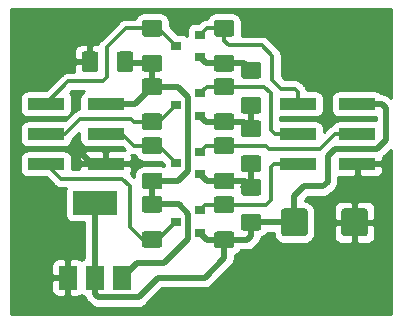
<source format=gbr>
%TF.GenerationSoftware,KiCad,Pcbnew,(5.1.6)-1*%
%TF.CreationDate,2020-06-05T20:50:24+02:00*%
%TF.ProjectId,TinyISPLevelShifter,54696e79-4953-4504-9c65-76656c536869,rev?*%
%TF.SameCoordinates,Original*%
%TF.FileFunction,Copper,L1,Top*%
%TF.FilePolarity,Positive*%
%FSLAX46Y46*%
G04 Gerber Fmt 4.6, Leading zero omitted, Abs format (unit mm)*
G04 Created by KiCad (PCBNEW (5.1.6)-1) date 2020-06-05 20:50:24*
%MOMM*%
%LPD*%
G01*
G04 APERTURE LIST*
%TA.AperFunction,SMDPad,CuDef*%
%ADD10R,3.150000X1.000000*%
%TD*%
%TA.AperFunction,SMDPad,CuDef*%
%ADD11R,1.500000X2.000000*%
%TD*%
%TA.AperFunction,SMDPad,CuDef*%
%ADD12R,3.800000X2.000000*%
%TD*%
%TA.AperFunction,SMDPad,CuDef*%
%ADD13R,0.900000X0.800000*%
%TD*%
%TA.AperFunction,Conductor*%
%ADD14C,0.500000*%
%TD*%
%TA.AperFunction,Conductor*%
%ADD15C,0.350000*%
%TD*%
%TA.AperFunction,Conductor*%
%ADD16C,0.254000*%
%TD*%
G04 APERTURE END LIST*
D10*
%TO.P,J2,6*%
%TO.N,GND*%
X135763000Y-91948000D03*
%TO.P,J2,5*%
%TO.N,/RST_HV*%
X130713000Y-91948000D03*
%TO.P,J2,4*%
%TO.N,/MOSI_HV*%
X135763000Y-89408000D03*
%TO.P,J2,3*%
%TO.N,/SCK_HV*%
X130713000Y-89408000D03*
%TO.P,J2,2*%
%TO.N,+5V*%
X135763000Y-86868000D03*
%TO.P,J2,1*%
%TO.N,/MISO_HV*%
X130713000Y-86868000D03*
%TD*%
%TO.P,J1,6*%
%TO.N,GND*%
X157069000Y-91948000D03*
%TO.P,J1,5*%
%TO.N,/RST_LV*%
X152019000Y-91948000D03*
%TO.P,J1,4*%
%TO.N,/MOSI_LV*%
X157069000Y-89408000D03*
%TO.P,J1,3*%
%TO.N,/SCK_LV*%
X152019000Y-89408000D03*
%TO.P,J1,2*%
%TO.N,+3V3*%
X157069000Y-86868000D03*
%TO.P,J1,1*%
%TO.N,/MISO_LV*%
X152019000Y-86868000D03*
%TD*%
%TO.P,R11,2*%
%TO.N,+3V3*%
%TA.AperFunction,SMDPad,CuDef*%
G36*
G01*
X147457000Y-96188500D02*
X148707000Y-96188500D01*
G75*
G02*
X148957000Y-96438500I0J-250000D01*
G01*
X148957000Y-97363500D01*
G75*
G02*
X148707000Y-97613500I-250000J0D01*
G01*
X147457000Y-97613500D01*
G75*
G02*
X147207000Y-97363500I0J250000D01*
G01*
X147207000Y-96438500D01*
G75*
G02*
X147457000Y-96188500I250000J0D01*
G01*
G37*
%TD.AperFunction*%
%TO.P,R11,1*%
%TA.AperFunction,SMDPad,CuDef*%
G36*
G01*
X147457000Y-93213500D02*
X148707000Y-93213500D01*
G75*
G02*
X148957000Y-93463500I0J-250000D01*
G01*
X148957000Y-94388500D01*
G75*
G02*
X148707000Y-94638500I-250000J0D01*
G01*
X147457000Y-94638500D01*
G75*
G02*
X147207000Y-94388500I0J250000D01*
G01*
X147207000Y-93463500D01*
G75*
G02*
X147457000Y-93213500I250000J0D01*
G01*
G37*
%TD.AperFunction*%
%TD*%
%TO.P,R10,2*%
%TO.N,+3V3*%
%TA.AperFunction,SMDPad,CuDef*%
G36*
G01*
X147457000Y-91235500D02*
X148707000Y-91235500D01*
G75*
G02*
X148957000Y-91485500I0J-250000D01*
G01*
X148957000Y-92410500D01*
G75*
G02*
X148707000Y-92660500I-250000J0D01*
G01*
X147457000Y-92660500D01*
G75*
G02*
X147207000Y-92410500I0J250000D01*
G01*
X147207000Y-91485500D01*
G75*
G02*
X147457000Y-91235500I250000J0D01*
G01*
G37*
%TD.AperFunction*%
%TO.P,R10,1*%
%TA.AperFunction,SMDPad,CuDef*%
G36*
G01*
X147457000Y-88260500D02*
X148707000Y-88260500D01*
G75*
G02*
X148957000Y-88510500I0J-250000D01*
G01*
X148957000Y-89435500D01*
G75*
G02*
X148707000Y-89685500I-250000J0D01*
G01*
X147457000Y-89685500D01*
G75*
G02*
X147207000Y-89435500I0J250000D01*
G01*
X147207000Y-88510500D01*
G75*
G02*
X147457000Y-88260500I250000J0D01*
G01*
G37*
%TD.AperFunction*%
%TD*%
%TO.P,R9,2*%
%TO.N,+3V3*%
%TA.AperFunction,SMDPad,CuDef*%
G36*
G01*
X147457000Y-86282500D02*
X148707000Y-86282500D01*
G75*
G02*
X148957000Y-86532500I0J-250000D01*
G01*
X148957000Y-87457500D01*
G75*
G02*
X148707000Y-87707500I-250000J0D01*
G01*
X147457000Y-87707500D01*
G75*
G02*
X147207000Y-87457500I0J250000D01*
G01*
X147207000Y-86532500D01*
G75*
G02*
X147457000Y-86282500I250000J0D01*
G01*
G37*
%TD.AperFunction*%
%TO.P,R9,1*%
%TA.AperFunction,SMDPad,CuDef*%
G36*
G01*
X147457000Y-83307500D02*
X148707000Y-83307500D01*
G75*
G02*
X148957000Y-83557500I0J-250000D01*
G01*
X148957000Y-84482500D01*
G75*
G02*
X148707000Y-84732500I-250000J0D01*
G01*
X147457000Y-84732500D01*
G75*
G02*
X147207000Y-84482500I0J250000D01*
G01*
X147207000Y-83557500D01*
G75*
G02*
X147457000Y-83307500I250000J0D01*
G01*
G37*
%TD.AperFunction*%
%TD*%
%TO.P,C2,2*%
%TO.N,GND*%
%TA.AperFunction,SMDPad,CuDef*%
G36*
G01*
X155720000Y-97826001D02*
X155720000Y-95975999D01*
G75*
G02*
X155969999Y-95726000I249999J0D01*
G01*
X157720001Y-95726000D01*
G75*
G02*
X157970000Y-95975999I0J-249999D01*
G01*
X157970000Y-97826001D01*
G75*
G02*
X157720001Y-98076000I-249999J0D01*
G01*
X155969999Y-98076000D01*
G75*
G02*
X155720000Y-97826001I0J249999D01*
G01*
G37*
%TD.AperFunction*%
%TO.P,C2,1*%
%TO.N,+3V3*%
%TA.AperFunction,SMDPad,CuDef*%
G36*
G01*
X150620000Y-97826001D02*
X150620000Y-95975999D01*
G75*
G02*
X150869999Y-95726000I249999J0D01*
G01*
X152620001Y-95726000D01*
G75*
G02*
X152870000Y-95975999I0J-249999D01*
G01*
X152870000Y-97826001D01*
G75*
G02*
X152620001Y-98076000I-249999J0D01*
G01*
X150869999Y-98076000D01*
G75*
G02*
X150620000Y-97826001I0J249999D01*
G01*
G37*
%TD.AperFunction*%
%TD*%
D11*
%TO.P,U1,1*%
%TO.N,GND*%
X132560000Y-101575000D03*
%TO.P,U1,3*%
%TO.N,+5V*%
X137160000Y-101575000D03*
%TO.P,U1,2*%
%TO.N,+3V3*%
X134860000Y-101575000D03*
D12*
X134860000Y-95275000D03*
%TD*%
%TO.P,R8,2*%
%TO.N,/RST_HV*%
%TA.AperFunction,SMDPad,CuDef*%
G36*
G01*
X139075000Y-97639500D02*
X140325000Y-97639500D01*
G75*
G02*
X140575000Y-97889500I0J-250000D01*
G01*
X140575000Y-98814500D01*
G75*
G02*
X140325000Y-99064500I-250000J0D01*
G01*
X139075000Y-99064500D01*
G75*
G02*
X138825000Y-98814500I0J250000D01*
G01*
X138825000Y-97889500D01*
G75*
G02*
X139075000Y-97639500I250000J0D01*
G01*
G37*
%TD.AperFunction*%
%TO.P,R8,1*%
%TO.N,+5V*%
%TA.AperFunction,SMDPad,CuDef*%
G36*
G01*
X139075000Y-94664500D02*
X140325000Y-94664500D01*
G75*
G02*
X140575000Y-94914500I0J-250000D01*
G01*
X140575000Y-95839500D01*
G75*
G02*
X140325000Y-96089500I-250000J0D01*
G01*
X139075000Y-96089500D01*
G75*
G02*
X138825000Y-95839500I0J250000D01*
G01*
X138825000Y-94914500D01*
G75*
G02*
X139075000Y-94664500I250000J0D01*
G01*
G37*
%TD.AperFunction*%
%TD*%
%TO.P,R7,2*%
%TO.N,/MOSI_HV*%
%TA.AperFunction,SMDPad,CuDef*%
G36*
G01*
X140325000Y-91136500D02*
X139075000Y-91136500D01*
G75*
G02*
X138825000Y-90886500I0J250000D01*
G01*
X138825000Y-89961500D01*
G75*
G02*
X139075000Y-89711500I250000J0D01*
G01*
X140325000Y-89711500D01*
G75*
G02*
X140575000Y-89961500I0J-250000D01*
G01*
X140575000Y-90886500D01*
G75*
G02*
X140325000Y-91136500I-250000J0D01*
G01*
G37*
%TD.AperFunction*%
%TO.P,R7,1*%
%TO.N,+5V*%
%TA.AperFunction,SMDPad,CuDef*%
G36*
G01*
X140325000Y-94111500D02*
X139075000Y-94111500D01*
G75*
G02*
X138825000Y-93861500I0J250000D01*
G01*
X138825000Y-92936500D01*
G75*
G02*
X139075000Y-92686500I250000J0D01*
G01*
X140325000Y-92686500D01*
G75*
G02*
X140575000Y-92936500I0J-250000D01*
G01*
X140575000Y-93861500D01*
G75*
G02*
X140325000Y-94111500I-250000J0D01*
G01*
G37*
%TD.AperFunction*%
%TD*%
%TO.P,R6,2*%
%TO.N,/SCK_HV*%
%TA.AperFunction,SMDPad,CuDef*%
G36*
G01*
X139075000Y-87679500D02*
X140325000Y-87679500D01*
G75*
G02*
X140575000Y-87929500I0J-250000D01*
G01*
X140575000Y-88854500D01*
G75*
G02*
X140325000Y-89104500I-250000J0D01*
G01*
X139075000Y-89104500D01*
G75*
G02*
X138825000Y-88854500I0J250000D01*
G01*
X138825000Y-87929500D01*
G75*
G02*
X139075000Y-87679500I250000J0D01*
G01*
G37*
%TD.AperFunction*%
%TO.P,R6,1*%
%TO.N,+5V*%
%TA.AperFunction,SMDPad,CuDef*%
G36*
G01*
X139075000Y-84704500D02*
X140325000Y-84704500D01*
G75*
G02*
X140575000Y-84954500I0J-250000D01*
G01*
X140575000Y-85879500D01*
G75*
G02*
X140325000Y-86129500I-250000J0D01*
G01*
X139075000Y-86129500D01*
G75*
G02*
X138825000Y-85879500I0J250000D01*
G01*
X138825000Y-84954500D01*
G75*
G02*
X139075000Y-84704500I250000J0D01*
G01*
G37*
%TD.AperFunction*%
%TD*%
%TO.P,R5,2*%
%TO.N,/MISO_HV*%
%TA.AperFunction,SMDPad,CuDef*%
G36*
G01*
X140325000Y-81176500D02*
X139075000Y-81176500D01*
G75*
G02*
X138825000Y-80926500I0J250000D01*
G01*
X138825000Y-80001500D01*
G75*
G02*
X139075000Y-79751500I250000J0D01*
G01*
X140325000Y-79751500D01*
G75*
G02*
X140575000Y-80001500I0J-250000D01*
G01*
X140575000Y-80926500D01*
G75*
G02*
X140325000Y-81176500I-250000J0D01*
G01*
G37*
%TD.AperFunction*%
%TO.P,R5,1*%
%TO.N,+5V*%
%TA.AperFunction,SMDPad,CuDef*%
G36*
G01*
X140325000Y-84151500D02*
X139075000Y-84151500D01*
G75*
G02*
X138825000Y-83901500I0J250000D01*
G01*
X138825000Y-82976500D01*
G75*
G02*
X139075000Y-82726500I250000J0D01*
G01*
X140325000Y-82726500D01*
G75*
G02*
X140575000Y-82976500I0J-250000D01*
G01*
X140575000Y-83901500D01*
G75*
G02*
X140325000Y-84151500I-250000J0D01*
G01*
G37*
%TD.AperFunction*%
%TD*%
%TO.P,R4,2*%
%TO.N,/RST_LV*%
%TA.AperFunction,SMDPad,CuDef*%
G36*
G01*
X146421000Y-96126000D02*
X145171000Y-96126000D01*
G75*
G02*
X144921000Y-95876000I0J250000D01*
G01*
X144921000Y-94951000D01*
G75*
G02*
X145171000Y-94701000I250000J0D01*
G01*
X146421000Y-94701000D01*
G75*
G02*
X146671000Y-94951000I0J-250000D01*
G01*
X146671000Y-95876000D01*
G75*
G02*
X146421000Y-96126000I-250000J0D01*
G01*
G37*
%TD.AperFunction*%
%TO.P,R4,1*%
%TO.N,+3V3*%
%TA.AperFunction,SMDPad,CuDef*%
G36*
G01*
X146421000Y-99101000D02*
X145171000Y-99101000D01*
G75*
G02*
X144921000Y-98851000I0J250000D01*
G01*
X144921000Y-97926000D01*
G75*
G02*
X145171000Y-97676000I250000J0D01*
G01*
X146421000Y-97676000D01*
G75*
G02*
X146671000Y-97926000I0J-250000D01*
G01*
X146671000Y-98851000D01*
G75*
G02*
X146421000Y-99101000I-250000J0D01*
G01*
G37*
%TD.AperFunction*%
%TD*%
%TO.P,R3,2*%
%TO.N,/MOSI_LV*%
%TA.AperFunction,SMDPad,CuDef*%
G36*
G01*
X146421000Y-91136500D02*
X145171000Y-91136500D01*
G75*
G02*
X144921000Y-90886500I0J250000D01*
G01*
X144921000Y-89961500D01*
G75*
G02*
X145171000Y-89711500I250000J0D01*
G01*
X146421000Y-89711500D01*
G75*
G02*
X146671000Y-89961500I0J-250000D01*
G01*
X146671000Y-90886500D01*
G75*
G02*
X146421000Y-91136500I-250000J0D01*
G01*
G37*
%TD.AperFunction*%
%TO.P,R3,1*%
%TO.N,+3V3*%
%TA.AperFunction,SMDPad,CuDef*%
G36*
G01*
X146421000Y-94111500D02*
X145171000Y-94111500D01*
G75*
G02*
X144921000Y-93861500I0J250000D01*
G01*
X144921000Y-92936500D01*
G75*
G02*
X145171000Y-92686500I250000J0D01*
G01*
X146421000Y-92686500D01*
G75*
G02*
X146671000Y-92936500I0J-250000D01*
G01*
X146671000Y-93861500D01*
G75*
G02*
X146421000Y-94111500I-250000J0D01*
G01*
G37*
%TD.AperFunction*%
%TD*%
%TO.P,R2,2*%
%TO.N,/SCK_LV*%
%TA.AperFunction,SMDPad,CuDef*%
G36*
G01*
X146421000Y-86129500D02*
X145171000Y-86129500D01*
G75*
G02*
X144921000Y-85879500I0J250000D01*
G01*
X144921000Y-84954500D01*
G75*
G02*
X145171000Y-84704500I250000J0D01*
G01*
X146421000Y-84704500D01*
G75*
G02*
X146671000Y-84954500I0J-250000D01*
G01*
X146671000Y-85879500D01*
G75*
G02*
X146421000Y-86129500I-250000J0D01*
G01*
G37*
%TD.AperFunction*%
%TO.P,R2,1*%
%TO.N,+3V3*%
%TA.AperFunction,SMDPad,CuDef*%
G36*
G01*
X146421000Y-89104500D02*
X145171000Y-89104500D01*
G75*
G02*
X144921000Y-88854500I0J250000D01*
G01*
X144921000Y-87929500D01*
G75*
G02*
X145171000Y-87679500I250000J0D01*
G01*
X146421000Y-87679500D01*
G75*
G02*
X146671000Y-87929500I0J-250000D01*
G01*
X146671000Y-88854500D01*
G75*
G02*
X146421000Y-89104500I-250000J0D01*
G01*
G37*
%TD.AperFunction*%
%TD*%
%TO.P,R1,2*%
%TO.N,/MISO_LV*%
%TA.AperFunction,SMDPad,CuDef*%
G36*
G01*
X146421000Y-81176500D02*
X145171000Y-81176500D01*
G75*
G02*
X144921000Y-80926500I0J250000D01*
G01*
X144921000Y-80001500D01*
G75*
G02*
X145171000Y-79751500I250000J0D01*
G01*
X146421000Y-79751500D01*
G75*
G02*
X146671000Y-80001500I0J-250000D01*
G01*
X146671000Y-80926500D01*
G75*
G02*
X146421000Y-81176500I-250000J0D01*
G01*
G37*
%TD.AperFunction*%
%TO.P,R1,1*%
%TO.N,+3V3*%
%TA.AperFunction,SMDPad,CuDef*%
G36*
G01*
X146421000Y-84151500D02*
X145171000Y-84151500D01*
G75*
G02*
X144921000Y-83901500I0J250000D01*
G01*
X144921000Y-82976500D01*
G75*
G02*
X145171000Y-82726500I250000J0D01*
G01*
X146421000Y-82726500D01*
G75*
G02*
X146671000Y-82976500I0J-250000D01*
G01*
X146671000Y-83901500D01*
G75*
G02*
X146421000Y-84151500I-250000J0D01*
G01*
G37*
%TD.AperFunction*%
%TD*%
D13*
%TO.P,Q4,3*%
%TO.N,/RST_HV*%
X141748000Y-96837500D03*
%TO.P,Q4,2*%
%TO.N,/RST_LV*%
X143748000Y-95887500D03*
%TO.P,Q4,1*%
%TO.N,+3V3*%
X143748000Y-97787500D03*
%TD*%
%TO.P,Q3,3*%
%TO.N,/MOSI_HV*%
X141764000Y-91882000D03*
%TO.P,Q3,2*%
%TO.N,/MOSI_LV*%
X143764000Y-90932000D03*
%TO.P,Q3,1*%
%TO.N,+3V3*%
X143764000Y-92832000D03*
%TD*%
%TO.P,Q2,3*%
%TO.N,/SCK_HV*%
X141764000Y-86934000D03*
%TO.P,Q2,2*%
%TO.N,/SCK_LV*%
X143764000Y-85984000D03*
%TO.P,Q2,1*%
%TO.N,+3V3*%
X143764000Y-87884000D03*
%TD*%
%TO.P,Q1,3*%
%TO.N,/MISO_HV*%
X141748000Y-81981000D03*
%TO.P,Q1,2*%
%TO.N,/MISO_LV*%
X143748000Y-81031000D03*
%TO.P,Q1,1*%
%TO.N,+3V3*%
X143748000Y-82931000D03*
%TD*%
%TO.P,C1,2*%
%TO.N,GND*%
%TA.AperFunction,SMDPad,CuDef*%
G36*
G01*
X135151500Y-82687000D02*
X135151500Y-83937000D01*
G75*
G02*
X134901500Y-84187000I-250000J0D01*
G01*
X133976500Y-84187000D01*
G75*
G02*
X133726500Y-83937000I0J250000D01*
G01*
X133726500Y-82687000D01*
G75*
G02*
X133976500Y-82437000I250000J0D01*
G01*
X134901500Y-82437000D01*
G75*
G02*
X135151500Y-82687000I0J-250000D01*
G01*
G37*
%TD.AperFunction*%
%TO.P,C1,1*%
%TO.N,+5V*%
%TA.AperFunction,SMDPad,CuDef*%
G36*
G01*
X138126500Y-82687000D02*
X138126500Y-83937000D01*
G75*
G02*
X137876500Y-84187000I-250000J0D01*
G01*
X136951500Y-84187000D01*
G75*
G02*
X136701500Y-83937000I0J250000D01*
G01*
X136701500Y-82687000D01*
G75*
G02*
X136951500Y-82437000I250000J0D01*
G01*
X137876500Y-82437000D01*
G75*
G02*
X138126500Y-82687000I0J-250000D01*
G01*
G37*
%TD.AperFunction*%
%TD*%
D14*
%TO.N,+3V3*%
X144349000Y-98388500D02*
X143748000Y-97787500D01*
X145796000Y-98388500D02*
X144349000Y-98388500D01*
X144331000Y-93399000D02*
X143764000Y-92832000D01*
X145796000Y-93399000D02*
X144331000Y-93399000D01*
X144272000Y-88392000D02*
X143764000Y-87884000D01*
X145796000Y-88392000D02*
X144272000Y-88392000D01*
X144256000Y-83439000D02*
X143748000Y-82931000D01*
X145796000Y-83439000D02*
X144256000Y-83439000D01*
X134860000Y-95275000D02*
X134860000Y-101575000D01*
X148082000Y-86995000D02*
X148082000Y-88973000D01*
X148082000Y-91948000D02*
X148082000Y-93926000D01*
X145796000Y-98388500D02*
X147737500Y-98388500D01*
X148082000Y-98044000D02*
X148082000Y-96901000D01*
X147737500Y-98388500D02*
X148082000Y-98044000D01*
X148082000Y-93926000D02*
X147393000Y-93926000D01*
X147555000Y-93399000D02*
X148082000Y-93926000D01*
X145796000Y-93399000D02*
X147555000Y-93399000D01*
X147501000Y-88392000D02*
X148082000Y-88973000D01*
X145796000Y-88392000D02*
X147501000Y-88392000D01*
X147501000Y-83439000D02*
X148082000Y-84020000D01*
X145796000Y-83439000D02*
X147501000Y-83439000D01*
X148082000Y-96901000D02*
X151745000Y-96901000D01*
X134860000Y-102983000D02*
X134860000Y-101575000D01*
X145796000Y-99949000D02*
X144145000Y-101600000D01*
X145796000Y-98388500D02*
X145796000Y-99949000D01*
X138557000Y-103251000D02*
X135128000Y-103251000D01*
X144145000Y-101600000D02*
X140208000Y-101600000D01*
X140208000Y-101600000D02*
X138557000Y-103251000D01*
X135128000Y-103251000D02*
X134860000Y-102983000D01*
X151745000Y-94635000D02*
X151745000Y-96901000D01*
X152527000Y-93853000D02*
X151745000Y-94635000D01*
X154559000Y-91313000D02*
X154559000Y-93472000D01*
X159131000Y-86868000D02*
X159512000Y-87249000D01*
X154178000Y-93853000D02*
X152527000Y-93853000D01*
X159512000Y-89916000D02*
X158750000Y-90678000D01*
X158750000Y-90678000D02*
X155194000Y-90678000D01*
X154559000Y-93472000D02*
X154178000Y-93853000D01*
X157069000Y-86868000D02*
X159131000Y-86868000D01*
X159512000Y-87249000D02*
X159512000Y-89916000D01*
X155194000Y-90678000D02*
X154559000Y-91313000D01*
%TO.N,+5V*%
X139700000Y-95377000D02*
X139700000Y-93399000D01*
X139700000Y-83439000D02*
X139700000Y-85417000D01*
X138249000Y-86868000D02*
X139700000Y-85417000D01*
X135763000Y-86868000D02*
X138249000Y-86868000D01*
X141907002Y-85417000D02*
X142748000Y-86257998D01*
X139700000Y-85417000D02*
X141907002Y-85417000D01*
X142748000Y-92558002D02*
X141907002Y-93399000D01*
X141907002Y-93399000D02*
X139700000Y-93399000D01*
X142748000Y-86257998D02*
X142748000Y-92558002D01*
X138405000Y-100330000D02*
X137160000Y-101575000D01*
X140716000Y-100330000D02*
X138405000Y-100330000D01*
X141947502Y-95377000D02*
X139700000Y-95377000D01*
X142748000Y-96177498D02*
X141947502Y-95377000D01*
X140716000Y-100330000D02*
X142748000Y-98298000D01*
X142748000Y-98298000D02*
X142748000Y-96177498D01*
X137541000Y-83439000D02*
X137414000Y-83312000D01*
X139700000Y-83439000D02*
X137541000Y-83439000D01*
%TO.N,GND*%
X131826000Y-94869000D02*
X131826000Y-99060000D01*
X131191000Y-94234000D02*
X131826000Y-94869000D01*
X132560000Y-99794000D02*
X132560000Y-101575000D01*
X134620000Y-91948000D02*
X133350000Y-90678000D01*
X128651000Y-90678000D02*
X128397000Y-90932000D01*
X128397000Y-90932000D02*
X128397000Y-93091000D01*
X133350000Y-90678000D02*
X128651000Y-90678000D01*
X131826000Y-99060000D02*
X132560000Y-99794000D01*
X129540000Y-94234000D02*
X131191000Y-94234000D01*
X135763000Y-91948000D02*
X134620000Y-91948000D01*
X128397000Y-93091000D02*
X129540000Y-94234000D01*
D15*
%TO.N,/RST_LV*%
X144222000Y-95413500D02*
X143748000Y-95887500D01*
X145796000Y-95413500D02*
X144222000Y-95413500D01*
X145796000Y-95413500D02*
X149315500Y-95413500D01*
X149315500Y-95413500D02*
X149733000Y-94996000D01*
X149733000Y-94996000D02*
X149733000Y-92202000D01*
X149987000Y-91948000D02*
X152019000Y-91948000D01*
X149733000Y-92202000D02*
X149987000Y-91948000D01*
%TO.N,/MOSI_LV*%
X144272000Y-90424000D02*
X143764000Y-90932000D01*
X145796000Y-90424000D02*
X144272000Y-90424000D01*
X145796000Y-90424000D02*
X149352000Y-90424000D01*
X149352000Y-90424000D02*
X149606000Y-90678000D01*
X149606000Y-90678000D02*
X153924000Y-90678000D01*
X155194000Y-89408000D02*
X157069000Y-89408000D01*
X153924000Y-90678000D02*
X155194000Y-89408000D01*
%TO.N,/SCK_LV*%
X144331000Y-85417000D02*
X143764000Y-85984000D01*
X145796000Y-85417000D02*
X144331000Y-85417000D01*
X145796000Y-85417000D02*
X149171000Y-85417000D01*
X149171000Y-85417000D02*
X149733000Y-85979000D01*
X150094000Y-89408000D02*
X152019000Y-89408000D01*
X149733000Y-89047000D02*
X150094000Y-89408000D01*
X149733000Y-85979000D02*
X149733000Y-89047000D01*
%TO.N,/MISO_LV*%
X144315000Y-80464000D02*
X143748000Y-81031000D01*
X145796000Y-80464000D02*
X144315000Y-80464000D01*
X149860000Y-84836000D02*
X150622000Y-85598000D01*
X150622000Y-85598000D02*
X151765000Y-85598000D01*
X152019000Y-85852000D02*
X152019000Y-86868000D01*
X151765000Y-85598000D02*
X152019000Y-85852000D01*
X145796000Y-80464000D02*
X145796000Y-81534000D01*
X145796000Y-81534000D02*
X146177000Y-81915000D01*
X146177000Y-81915000D02*
X148971000Y-81915000D01*
X149860000Y-82804000D02*
X149860000Y-84836000D01*
X148971000Y-81915000D02*
X149860000Y-82804000D01*
%TO.N,/RST_HV*%
X140233500Y-98352000D02*
X141748000Y-96837500D01*
X139700000Y-98352000D02*
X140233500Y-98352000D01*
X130713000Y-91948000D02*
X131983000Y-93218000D01*
X131983000Y-93218000D02*
X137160000Y-93218000D01*
X137160000Y-93218000D02*
X137795000Y-93853000D01*
X137795000Y-93853000D02*
X137795000Y-97282000D01*
X138865000Y-98352000D02*
X139700000Y-98352000D01*
X137795000Y-97282000D02*
X138865000Y-98352000D01*
%TO.N,/MOSI_HV*%
X140306000Y-90424000D02*
X141764000Y-91882000D01*
X139700000Y-90424000D02*
X140306000Y-90424000D01*
X135763000Y-89408000D02*
X137160000Y-89408000D01*
X138176000Y-90424000D02*
X139700000Y-90424000D01*
X137160000Y-89408000D02*
X138176000Y-90424000D01*
%TO.N,/SCK_HV*%
X140306000Y-88392000D02*
X141764000Y-86934000D01*
X139700000Y-88392000D02*
X140306000Y-88392000D01*
X130713000Y-89408000D02*
X132334000Y-89408000D01*
X132334000Y-89408000D02*
X133604000Y-88138000D01*
X133604000Y-88138000D02*
X137922000Y-88138000D01*
X138176000Y-88392000D02*
X139700000Y-88392000D01*
X137922000Y-88138000D02*
X138176000Y-88392000D01*
%TO.N,/MISO_HV*%
X140231000Y-80464000D02*
X141748000Y-81981000D01*
X139700000Y-80464000D02*
X140231000Y-80464000D01*
X130713000Y-86868000D02*
X131953000Y-86868000D01*
X139700000Y-80464000D02*
X137468000Y-80464000D01*
X137468000Y-80464000D02*
X135890000Y-82042000D01*
X135890000Y-82042000D02*
X135890000Y-84582000D01*
X135890000Y-84582000D02*
X135509000Y-84963000D01*
X132618000Y-84963000D02*
X130713000Y-86868000D01*
X135509000Y-84963000D02*
X132618000Y-84963000D01*
%TD*%
D16*
%TO.N,GND*%
G36*
X159893000Y-86378422D02*
G01*
X159787532Y-86272954D01*
X159759817Y-86239183D01*
X159625059Y-86128589D01*
X159471313Y-86046411D01*
X159304490Y-85995805D01*
X159174477Y-85983000D01*
X159174469Y-85983000D01*
X159147306Y-85980325D01*
X159095185Y-85916815D01*
X158998494Y-85837463D01*
X158888180Y-85778498D01*
X158768482Y-85742188D01*
X158644000Y-85729928D01*
X155494000Y-85729928D01*
X155369518Y-85742188D01*
X155249820Y-85778498D01*
X155139506Y-85837463D01*
X155042815Y-85916815D01*
X154963463Y-86013506D01*
X154904498Y-86123820D01*
X154868188Y-86243518D01*
X154855928Y-86368000D01*
X154855928Y-87368000D01*
X154868188Y-87492482D01*
X154904498Y-87612180D01*
X154963463Y-87722494D01*
X155042815Y-87819185D01*
X155139506Y-87898537D01*
X155249820Y-87957502D01*
X155369518Y-87993812D01*
X155494000Y-88006072D01*
X158627000Y-88006072D01*
X158627000Y-88269928D01*
X155494000Y-88269928D01*
X155369518Y-88282188D01*
X155249820Y-88318498D01*
X155139506Y-88377463D01*
X155042815Y-88456815D01*
X154963463Y-88553506D01*
X154913715Y-88646576D01*
X154882527Y-88656037D01*
X154832794Y-88682620D01*
X154741810Y-88731251D01*
X154686210Y-88776881D01*
X154618472Y-88832472D01*
X154593107Y-88863380D01*
X154232072Y-89224415D01*
X154232072Y-88908000D01*
X154219812Y-88783518D01*
X154183502Y-88663820D01*
X154124537Y-88553506D01*
X154045185Y-88456815D01*
X153948494Y-88377463D01*
X153838180Y-88318498D01*
X153718482Y-88282188D01*
X153594000Y-88269928D01*
X150543000Y-88269928D01*
X150543000Y-88006072D01*
X153594000Y-88006072D01*
X153718482Y-87993812D01*
X153838180Y-87957502D01*
X153948494Y-87898537D01*
X154045185Y-87819185D01*
X154124537Y-87722494D01*
X154183502Y-87612180D01*
X154219812Y-87492482D01*
X154232072Y-87368000D01*
X154232072Y-86368000D01*
X154219812Y-86243518D01*
X154183502Y-86123820D01*
X154124537Y-86013506D01*
X154045185Y-85916815D01*
X153948494Y-85837463D01*
X153838180Y-85778498D01*
X153718482Y-85742188D01*
X153594000Y-85729928D01*
X152820896Y-85729928D01*
X152817280Y-85693212D01*
X152770963Y-85540527D01*
X152695749Y-85399811D01*
X152594528Y-85276472D01*
X152563614Y-85251102D01*
X152365900Y-85053388D01*
X152340528Y-85022472D01*
X152217189Y-84921251D01*
X152076473Y-84846037D01*
X151923788Y-84799720D01*
X151804791Y-84788000D01*
X151804788Y-84788000D01*
X151765000Y-84784081D01*
X151725212Y-84788000D01*
X150957513Y-84788000D01*
X150670000Y-84500488D01*
X150670000Y-82843788D01*
X150673919Y-82804000D01*
X150667323Y-82737028D01*
X150658280Y-82645212D01*
X150611963Y-82492527D01*
X150574650Y-82422719D01*
X150536749Y-82351810D01*
X150460893Y-82259380D01*
X150435528Y-82228472D01*
X150404619Y-82203106D01*
X149571899Y-81370387D01*
X149546528Y-81339472D01*
X149423189Y-81238251D01*
X149282473Y-81163037D01*
X149129788Y-81116720D01*
X149010791Y-81105000D01*
X149010788Y-81105000D01*
X148971000Y-81101081D01*
X148931212Y-81105000D01*
X147290417Y-81105000D01*
X147292008Y-81099754D01*
X147309072Y-80926500D01*
X147309072Y-80001500D01*
X147292008Y-79828246D01*
X147241472Y-79661650D01*
X147159405Y-79508114D01*
X147048962Y-79373538D01*
X146914386Y-79263095D01*
X146760850Y-79181028D01*
X146594254Y-79130492D01*
X146421000Y-79113428D01*
X145171000Y-79113428D01*
X144997746Y-79130492D01*
X144831150Y-79181028D01*
X144677614Y-79263095D01*
X144543038Y-79373538D01*
X144432595Y-79508114D01*
X144354626Y-79653984D01*
X144314999Y-79650081D01*
X144275211Y-79654000D01*
X144275209Y-79654000D01*
X144156212Y-79665720D01*
X144003527Y-79712037D01*
X143938024Y-79747049D01*
X143862810Y-79787251D01*
X143812858Y-79828246D01*
X143739472Y-79888472D01*
X143714105Y-79919383D01*
X143640559Y-79992928D01*
X143298000Y-79992928D01*
X143173518Y-80005188D01*
X143053820Y-80041498D01*
X142943506Y-80100463D01*
X142846815Y-80179815D01*
X142767463Y-80276506D01*
X142708498Y-80386820D01*
X142672188Y-80506518D01*
X142659928Y-80631000D01*
X142659928Y-81142905D01*
X142649185Y-81129815D01*
X142552494Y-81050463D01*
X142442180Y-80991498D01*
X142322482Y-80955188D01*
X142198000Y-80942928D01*
X141855440Y-80942928D01*
X141213072Y-80300560D01*
X141213072Y-80001500D01*
X141196008Y-79828246D01*
X141145472Y-79661650D01*
X141063405Y-79508114D01*
X140952962Y-79373538D01*
X140818386Y-79263095D01*
X140664850Y-79181028D01*
X140498254Y-79130492D01*
X140325000Y-79113428D01*
X139075000Y-79113428D01*
X138901746Y-79130492D01*
X138735150Y-79181028D01*
X138581614Y-79263095D01*
X138447038Y-79373538D01*
X138336595Y-79508114D01*
X138258617Y-79654000D01*
X137507787Y-79654000D01*
X137467999Y-79650081D01*
X137428211Y-79654000D01*
X137428209Y-79654000D01*
X137309212Y-79665720D01*
X137156527Y-79712037D01*
X137091024Y-79747049D01*
X137015810Y-79787251D01*
X136965858Y-79828246D01*
X136892472Y-79888472D01*
X136867105Y-79919382D01*
X135345387Y-81441101D01*
X135314472Y-81466472D01*
X135259054Y-81534000D01*
X135213251Y-81589811D01*
X135190759Y-81631892D01*
X135138037Y-81730528D01*
X135117213Y-81799175D01*
X134724750Y-81802000D01*
X134566000Y-81960750D01*
X134566000Y-83185000D01*
X134586000Y-83185000D01*
X134586000Y-83439000D01*
X134566000Y-83439000D01*
X134566000Y-83459000D01*
X134312000Y-83459000D01*
X134312000Y-83439000D01*
X133250250Y-83439000D01*
X133091500Y-83597750D01*
X133088605Y-84153000D01*
X132657788Y-84153000D01*
X132618000Y-84149081D01*
X132578212Y-84153000D01*
X132578209Y-84153000D01*
X132459212Y-84164720D01*
X132306527Y-84211037D01*
X132261493Y-84235108D01*
X132165810Y-84286251D01*
X132119813Y-84324000D01*
X132042472Y-84387472D01*
X132017107Y-84418380D01*
X130705560Y-85729928D01*
X129138000Y-85729928D01*
X129013518Y-85742188D01*
X128893820Y-85778498D01*
X128783506Y-85837463D01*
X128686815Y-85916815D01*
X128607463Y-86013506D01*
X128548498Y-86123820D01*
X128512188Y-86243518D01*
X128499928Y-86368000D01*
X128499928Y-87368000D01*
X128512188Y-87492482D01*
X128548498Y-87612180D01*
X128607463Y-87722494D01*
X128686815Y-87819185D01*
X128783506Y-87898537D01*
X128893820Y-87957502D01*
X129013518Y-87993812D01*
X129138000Y-88006072D01*
X132288000Y-88006072D01*
X132412482Y-87993812D01*
X132532180Y-87957502D01*
X132642494Y-87898537D01*
X132739185Y-87819185D01*
X132818537Y-87722494D01*
X132877502Y-87612180D01*
X132913812Y-87492482D01*
X132926072Y-87368000D01*
X132926072Y-86368000D01*
X132913812Y-86243518D01*
X132877502Y-86123820D01*
X132818537Y-86013506D01*
X132770969Y-85955544D01*
X132953513Y-85773000D01*
X133961944Y-85773000D01*
X133943820Y-85778498D01*
X133833506Y-85837463D01*
X133736815Y-85916815D01*
X133657463Y-86013506D01*
X133598498Y-86123820D01*
X133562188Y-86243518D01*
X133549928Y-86368000D01*
X133549928Y-87329407D01*
X133445212Y-87339720D01*
X133292527Y-87386037D01*
X133227024Y-87421049D01*
X133151810Y-87461251D01*
X133108473Y-87496817D01*
X133028472Y-87562472D01*
X133003105Y-87593382D01*
X132323102Y-88273385D01*
X132288000Y-88269928D01*
X129138000Y-88269928D01*
X129013518Y-88282188D01*
X128893820Y-88318498D01*
X128783506Y-88377463D01*
X128686815Y-88456815D01*
X128607463Y-88553506D01*
X128548498Y-88663820D01*
X128512188Y-88783518D01*
X128499928Y-88908000D01*
X128499928Y-89908000D01*
X128512188Y-90032482D01*
X128548498Y-90152180D01*
X128607463Y-90262494D01*
X128686815Y-90359185D01*
X128783506Y-90438537D01*
X128893820Y-90497502D01*
X129013518Y-90533812D01*
X129138000Y-90546072D01*
X132288000Y-90546072D01*
X132412482Y-90533812D01*
X132532180Y-90497502D01*
X132642494Y-90438537D01*
X132739185Y-90359185D01*
X132818537Y-90262494D01*
X132877502Y-90152180D01*
X132913812Y-90032482D01*
X132919875Y-89970920D01*
X132934899Y-89952613D01*
X133549928Y-89337585D01*
X133549928Y-89908000D01*
X133562188Y-90032482D01*
X133598498Y-90152180D01*
X133657463Y-90262494D01*
X133736815Y-90359185D01*
X133833506Y-90438537D01*
X133943820Y-90497502D01*
X134063518Y-90533812D01*
X134188000Y-90546072D01*
X137152560Y-90546072D01*
X137424983Y-90818495D01*
X137338000Y-90809928D01*
X136048750Y-90813000D01*
X135890000Y-90971750D01*
X135890000Y-91821000D01*
X137814250Y-91821000D01*
X137973000Y-91662250D01*
X137976072Y-91448000D01*
X137963812Y-91323518D01*
X137927502Y-91203820D01*
X137921918Y-91193372D01*
X138017212Y-91222280D01*
X138136209Y-91234000D01*
X138136212Y-91234000D01*
X138176000Y-91237919D01*
X138215788Y-91234000D01*
X138258617Y-91234000D01*
X138336595Y-91379886D01*
X138447038Y-91514462D01*
X138581614Y-91624905D01*
X138735150Y-91706972D01*
X138901746Y-91757508D01*
X139075000Y-91774572D01*
X140325000Y-91774572D01*
X140494377Y-91757890D01*
X140675928Y-91939441D01*
X140675928Y-92121949D01*
X140664850Y-92116028D01*
X140498254Y-92065492D01*
X140325000Y-92048428D01*
X139075000Y-92048428D01*
X138901746Y-92065492D01*
X138735150Y-92116028D01*
X138581614Y-92198095D01*
X138447038Y-92308538D01*
X138336595Y-92443114D01*
X138254528Y-92596650D01*
X138203992Y-92763246D01*
X138186928Y-92936500D01*
X138186928Y-93099415D01*
X137876015Y-92788503D01*
X137927502Y-92692180D01*
X137963812Y-92572482D01*
X137976072Y-92448000D01*
X137973000Y-92233750D01*
X137814250Y-92075000D01*
X135890000Y-92075000D01*
X135890000Y-92095000D01*
X135636000Y-92095000D01*
X135636000Y-92075000D01*
X133711750Y-92075000D01*
X133553000Y-92233750D01*
X133550502Y-92408000D01*
X132926072Y-92408000D01*
X132926072Y-91448000D01*
X133549928Y-91448000D01*
X133553000Y-91662250D01*
X133711750Y-91821000D01*
X135636000Y-91821000D01*
X135636000Y-90971750D01*
X135477250Y-90813000D01*
X134188000Y-90809928D01*
X134063518Y-90822188D01*
X133943820Y-90858498D01*
X133833506Y-90917463D01*
X133736815Y-90996815D01*
X133657463Y-91093506D01*
X133598498Y-91203820D01*
X133562188Y-91323518D01*
X133549928Y-91448000D01*
X132926072Y-91448000D01*
X132913812Y-91323518D01*
X132877502Y-91203820D01*
X132818537Y-91093506D01*
X132739185Y-90996815D01*
X132642494Y-90917463D01*
X132532180Y-90858498D01*
X132412482Y-90822188D01*
X132288000Y-90809928D01*
X129138000Y-90809928D01*
X129013518Y-90822188D01*
X128893820Y-90858498D01*
X128783506Y-90917463D01*
X128686815Y-90996815D01*
X128607463Y-91093506D01*
X128548498Y-91203820D01*
X128512188Y-91323518D01*
X128499928Y-91448000D01*
X128499928Y-92448000D01*
X128512188Y-92572482D01*
X128548498Y-92692180D01*
X128607463Y-92802494D01*
X128686815Y-92899185D01*
X128783506Y-92978537D01*
X128893820Y-93037502D01*
X129013518Y-93073812D01*
X129138000Y-93086072D01*
X130705560Y-93086072D01*
X131382105Y-93762618D01*
X131407472Y-93793528D01*
X131475210Y-93849119D01*
X131530810Y-93894749D01*
X131606024Y-93934951D01*
X131671527Y-93969963D01*
X131824212Y-94016280D01*
X131943209Y-94028000D01*
X131943211Y-94028000D01*
X131982999Y-94031919D01*
X132022787Y-94028000D01*
X132372005Y-94028000D01*
X132370498Y-94030820D01*
X132334188Y-94150518D01*
X132321928Y-94275000D01*
X132321928Y-96275000D01*
X132334188Y-96399482D01*
X132370498Y-96519180D01*
X132429463Y-96629494D01*
X132508815Y-96726185D01*
X132605506Y-96805537D01*
X132715820Y-96864502D01*
X132835518Y-96900812D01*
X132960000Y-96913072D01*
X133975000Y-96913072D01*
X133975001Y-99952378D01*
X133865820Y-99985498D01*
X133755506Y-100044463D01*
X133710000Y-100081809D01*
X133664494Y-100044463D01*
X133554180Y-99985498D01*
X133434482Y-99949188D01*
X133310000Y-99936928D01*
X132845750Y-99940000D01*
X132687000Y-100098750D01*
X132687000Y-101448000D01*
X132707000Y-101448000D01*
X132707000Y-101702000D01*
X132687000Y-101702000D01*
X132687000Y-103051250D01*
X132845750Y-103210000D01*
X133310000Y-103213072D01*
X133434482Y-103200812D01*
X133554180Y-103164502D01*
X133664494Y-103105537D01*
X133710000Y-103068191D01*
X133755506Y-103105537D01*
X133865820Y-103164502D01*
X133985518Y-103200812D01*
X134001735Y-103202409D01*
X134038411Y-103323312D01*
X134120589Y-103477058D01*
X134231183Y-103611817D01*
X134264956Y-103639534D01*
X134471466Y-103846044D01*
X134499183Y-103879817D01*
X134633941Y-103990411D01*
X134787687Y-104072589D01*
X134954510Y-104123195D01*
X135084523Y-104136000D01*
X135084533Y-104136000D01*
X135127999Y-104140281D01*
X135171465Y-104136000D01*
X138513531Y-104136000D01*
X138557000Y-104140281D01*
X138600469Y-104136000D01*
X138600477Y-104136000D01*
X138730490Y-104123195D01*
X138897313Y-104072589D01*
X139051059Y-103990411D01*
X139185817Y-103879817D01*
X139213534Y-103846044D01*
X140574579Y-102485000D01*
X144101531Y-102485000D01*
X144145000Y-102489281D01*
X144188469Y-102485000D01*
X144188477Y-102485000D01*
X144318490Y-102472195D01*
X144485313Y-102421589D01*
X144639059Y-102339411D01*
X144773817Y-102228817D01*
X144801534Y-102195044D01*
X146391049Y-100605530D01*
X146424817Y-100577817D01*
X146535411Y-100443059D01*
X146617589Y-100289314D01*
X146668195Y-100122490D01*
X146670533Y-100098750D01*
X146681000Y-99992477D01*
X146681000Y-99992469D01*
X146685281Y-99949000D01*
X146681000Y-99905531D01*
X146681000Y-99695694D01*
X146760850Y-99671472D01*
X146914386Y-99589405D01*
X147048962Y-99478962D01*
X147159405Y-99344386D01*
X147197294Y-99273500D01*
X147694031Y-99273500D01*
X147737500Y-99277781D01*
X147780969Y-99273500D01*
X147780977Y-99273500D01*
X147910990Y-99260695D01*
X148077813Y-99210089D01*
X148231559Y-99127911D01*
X148366317Y-99017317D01*
X148394034Y-98983544D01*
X148677045Y-98700533D01*
X148710817Y-98672817D01*
X148821411Y-98538059D01*
X148878905Y-98430494D01*
X148903589Y-98384314D01*
X148954195Y-98217490D01*
X148954744Y-98211912D01*
X149046850Y-98183972D01*
X149200386Y-98101905D01*
X149334962Y-97991462D01*
X149445405Y-97856886D01*
X149483294Y-97786000D01*
X149981928Y-97786000D01*
X149981928Y-97826001D01*
X149998992Y-97999255D01*
X150049528Y-98165851D01*
X150131595Y-98319387D01*
X150242038Y-98453962D01*
X150376613Y-98564405D01*
X150530149Y-98646472D01*
X150696745Y-98697008D01*
X150869999Y-98714072D01*
X152620001Y-98714072D01*
X152793255Y-98697008D01*
X152959851Y-98646472D01*
X153113387Y-98564405D01*
X153247962Y-98453962D01*
X153358405Y-98319387D01*
X153440472Y-98165851D01*
X153467727Y-98076000D01*
X155081928Y-98076000D01*
X155094188Y-98200482D01*
X155130498Y-98320180D01*
X155189463Y-98430494D01*
X155268815Y-98527185D01*
X155365506Y-98606537D01*
X155475820Y-98665502D01*
X155595518Y-98701812D01*
X155720000Y-98714072D01*
X156559250Y-98711000D01*
X156718000Y-98552250D01*
X156718000Y-97028000D01*
X156972000Y-97028000D01*
X156972000Y-98552250D01*
X157130750Y-98711000D01*
X157970000Y-98714072D01*
X158094482Y-98701812D01*
X158214180Y-98665502D01*
X158324494Y-98606537D01*
X158421185Y-98527185D01*
X158500537Y-98430494D01*
X158559502Y-98320180D01*
X158595812Y-98200482D01*
X158608072Y-98076000D01*
X158605000Y-97186750D01*
X158446250Y-97028000D01*
X156972000Y-97028000D01*
X156718000Y-97028000D01*
X155243750Y-97028000D01*
X155085000Y-97186750D01*
X155081928Y-98076000D01*
X153467727Y-98076000D01*
X153491008Y-97999255D01*
X153508072Y-97826001D01*
X153508072Y-95975999D01*
X153491008Y-95802745D01*
X153467728Y-95726000D01*
X155081928Y-95726000D01*
X155085000Y-96615250D01*
X155243750Y-96774000D01*
X156718000Y-96774000D01*
X156718000Y-95249750D01*
X156972000Y-95249750D01*
X156972000Y-96774000D01*
X158446250Y-96774000D01*
X158605000Y-96615250D01*
X158608072Y-95726000D01*
X158595812Y-95601518D01*
X158559502Y-95481820D01*
X158500537Y-95371506D01*
X158421185Y-95274815D01*
X158324494Y-95195463D01*
X158214180Y-95136498D01*
X158094482Y-95100188D01*
X157970000Y-95087928D01*
X157130750Y-95091000D01*
X156972000Y-95249750D01*
X156718000Y-95249750D01*
X156559250Y-95091000D01*
X155720000Y-95087928D01*
X155595518Y-95100188D01*
X155475820Y-95136498D01*
X155365506Y-95195463D01*
X155268815Y-95274815D01*
X155189463Y-95371506D01*
X155130498Y-95481820D01*
X155094188Y-95601518D01*
X155081928Y-95726000D01*
X153467728Y-95726000D01*
X153440472Y-95636149D01*
X153358405Y-95482613D01*
X153247962Y-95348038D01*
X153113387Y-95237595D01*
X152959851Y-95155528D01*
X152793255Y-95104992D01*
X152630000Y-95088913D01*
X152630000Y-95001578D01*
X152893579Y-94738000D01*
X154134531Y-94738000D01*
X154178000Y-94742281D01*
X154221469Y-94738000D01*
X154221477Y-94738000D01*
X154351490Y-94725195D01*
X154518313Y-94674589D01*
X154672059Y-94592411D01*
X154806817Y-94481817D01*
X154834534Y-94448044D01*
X155154044Y-94128534D01*
X155187817Y-94100817D01*
X155298411Y-93966059D01*
X155380589Y-93812313D01*
X155431195Y-93645490D01*
X155444000Y-93515477D01*
X155444000Y-93515467D01*
X155448281Y-93472001D01*
X155444000Y-93428535D01*
X155444000Y-93081148D01*
X155494000Y-93086072D01*
X156783250Y-93083000D01*
X156942000Y-92924250D01*
X156942000Y-92075000D01*
X157196000Y-92075000D01*
X157196000Y-92924250D01*
X157354750Y-93083000D01*
X158644000Y-93086072D01*
X158768482Y-93073812D01*
X158888180Y-93037502D01*
X158998494Y-92978537D01*
X159095185Y-92899185D01*
X159174537Y-92802494D01*
X159233502Y-92692180D01*
X159269812Y-92572482D01*
X159282072Y-92448000D01*
X159279000Y-92233750D01*
X159120250Y-92075000D01*
X157196000Y-92075000D01*
X156942000Y-92075000D01*
X156922000Y-92075000D01*
X156922000Y-91821000D01*
X156942000Y-91821000D01*
X156942000Y-91801000D01*
X157196000Y-91801000D01*
X157196000Y-91821000D01*
X159120250Y-91821000D01*
X159279000Y-91662250D01*
X159282072Y-91448000D01*
X159276442Y-91390835D01*
X159378817Y-91306817D01*
X159406534Y-91273044D01*
X159893000Y-90786579D01*
X159893000Y-104648000D01*
X127762000Y-104648000D01*
X127762000Y-102575000D01*
X131171928Y-102575000D01*
X131184188Y-102699482D01*
X131220498Y-102819180D01*
X131279463Y-102929494D01*
X131358815Y-103026185D01*
X131455506Y-103105537D01*
X131565820Y-103164502D01*
X131685518Y-103200812D01*
X131810000Y-103213072D01*
X132274250Y-103210000D01*
X132433000Y-103051250D01*
X132433000Y-101702000D01*
X131333750Y-101702000D01*
X131175000Y-101860750D01*
X131171928Y-102575000D01*
X127762000Y-102575000D01*
X127762000Y-100575000D01*
X131171928Y-100575000D01*
X131175000Y-101289250D01*
X131333750Y-101448000D01*
X132433000Y-101448000D01*
X132433000Y-100098750D01*
X132274250Y-99940000D01*
X131810000Y-99936928D01*
X131685518Y-99949188D01*
X131565820Y-99985498D01*
X131455506Y-100044463D01*
X131358815Y-100123815D01*
X131279463Y-100220506D01*
X131220498Y-100330820D01*
X131184188Y-100450518D01*
X131171928Y-100575000D01*
X127762000Y-100575000D01*
X127762000Y-82437000D01*
X133088428Y-82437000D01*
X133091500Y-83026250D01*
X133250250Y-83185000D01*
X134312000Y-83185000D01*
X134312000Y-81960750D01*
X134153250Y-81802000D01*
X133726500Y-81798928D01*
X133602018Y-81811188D01*
X133482320Y-81847498D01*
X133372006Y-81906463D01*
X133275315Y-81985815D01*
X133195963Y-82082506D01*
X133136998Y-82192820D01*
X133100688Y-82312518D01*
X133088428Y-82437000D01*
X127762000Y-82437000D01*
X127762000Y-78867000D01*
X159893000Y-78867000D01*
X159893000Y-86378422D01*
G37*
X159893000Y-86378422D02*
X159787532Y-86272954D01*
X159759817Y-86239183D01*
X159625059Y-86128589D01*
X159471313Y-86046411D01*
X159304490Y-85995805D01*
X159174477Y-85983000D01*
X159174469Y-85983000D01*
X159147306Y-85980325D01*
X159095185Y-85916815D01*
X158998494Y-85837463D01*
X158888180Y-85778498D01*
X158768482Y-85742188D01*
X158644000Y-85729928D01*
X155494000Y-85729928D01*
X155369518Y-85742188D01*
X155249820Y-85778498D01*
X155139506Y-85837463D01*
X155042815Y-85916815D01*
X154963463Y-86013506D01*
X154904498Y-86123820D01*
X154868188Y-86243518D01*
X154855928Y-86368000D01*
X154855928Y-87368000D01*
X154868188Y-87492482D01*
X154904498Y-87612180D01*
X154963463Y-87722494D01*
X155042815Y-87819185D01*
X155139506Y-87898537D01*
X155249820Y-87957502D01*
X155369518Y-87993812D01*
X155494000Y-88006072D01*
X158627000Y-88006072D01*
X158627000Y-88269928D01*
X155494000Y-88269928D01*
X155369518Y-88282188D01*
X155249820Y-88318498D01*
X155139506Y-88377463D01*
X155042815Y-88456815D01*
X154963463Y-88553506D01*
X154913715Y-88646576D01*
X154882527Y-88656037D01*
X154832794Y-88682620D01*
X154741810Y-88731251D01*
X154686210Y-88776881D01*
X154618472Y-88832472D01*
X154593107Y-88863380D01*
X154232072Y-89224415D01*
X154232072Y-88908000D01*
X154219812Y-88783518D01*
X154183502Y-88663820D01*
X154124537Y-88553506D01*
X154045185Y-88456815D01*
X153948494Y-88377463D01*
X153838180Y-88318498D01*
X153718482Y-88282188D01*
X153594000Y-88269928D01*
X150543000Y-88269928D01*
X150543000Y-88006072D01*
X153594000Y-88006072D01*
X153718482Y-87993812D01*
X153838180Y-87957502D01*
X153948494Y-87898537D01*
X154045185Y-87819185D01*
X154124537Y-87722494D01*
X154183502Y-87612180D01*
X154219812Y-87492482D01*
X154232072Y-87368000D01*
X154232072Y-86368000D01*
X154219812Y-86243518D01*
X154183502Y-86123820D01*
X154124537Y-86013506D01*
X154045185Y-85916815D01*
X153948494Y-85837463D01*
X153838180Y-85778498D01*
X153718482Y-85742188D01*
X153594000Y-85729928D01*
X152820896Y-85729928D01*
X152817280Y-85693212D01*
X152770963Y-85540527D01*
X152695749Y-85399811D01*
X152594528Y-85276472D01*
X152563614Y-85251102D01*
X152365900Y-85053388D01*
X152340528Y-85022472D01*
X152217189Y-84921251D01*
X152076473Y-84846037D01*
X151923788Y-84799720D01*
X151804791Y-84788000D01*
X151804788Y-84788000D01*
X151765000Y-84784081D01*
X151725212Y-84788000D01*
X150957513Y-84788000D01*
X150670000Y-84500488D01*
X150670000Y-82843788D01*
X150673919Y-82804000D01*
X150667323Y-82737028D01*
X150658280Y-82645212D01*
X150611963Y-82492527D01*
X150574650Y-82422719D01*
X150536749Y-82351810D01*
X150460893Y-82259380D01*
X150435528Y-82228472D01*
X150404619Y-82203106D01*
X149571899Y-81370387D01*
X149546528Y-81339472D01*
X149423189Y-81238251D01*
X149282473Y-81163037D01*
X149129788Y-81116720D01*
X149010791Y-81105000D01*
X149010788Y-81105000D01*
X148971000Y-81101081D01*
X148931212Y-81105000D01*
X147290417Y-81105000D01*
X147292008Y-81099754D01*
X147309072Y-80926500D01*
X147309072Y-80001500D01*
X147292008Y-79828246D01*
X147241472Y-79661650D01*
X147159405Y-79508114D01*
X147048962Y-79373538D01*
X146914386Y-79263095D01*
X146760850Y-79181028D01*
X146594254Y-79130492D01*
X146421000Y-79113428D01*
X145171000Y-79113428D01*
X144997746Y-79130492D01*
X144831150Y-79181028D01*
X144677614Y-79263095D01*
X144543038Y-79373538D01*
X144432595Y-79508114D01*
X144354626Y-79653984D01*
X144314999Y-79650081D01*
X144275211Y-79654000D01*
X144275209Y-79654000D01*
X144156212Y-79665720D01*
X144003527Y-79712037D01*
X143938024Y-79747049D01*
X143862810Y-79787251D01*
X143812858Y-79828246D01*
X143739472Y-79888472D01*
X143714105Y-79919383D01*
X143640559Y-79992928D01*
X143298000Y-79992928D01*
X143173518Y-80005188D01*
X143053820Y-80041498D01*
X142943506Y-80100463D01*
X142846815Y-80179815D01*
X142767463Y-80276506D01*
X142708498Y-80386820D01*
X142672188Y-80506518D01*
X142659928Y-80631000D01*
X142659928Y-81142905D01*
X142649185Y-81129815D01*
X142552494Y-81050463D01*
X142442180Y-80991498D01*
X142322482Y-80955188D01*
X142198000Y-80942928D01*
X141855440Y-80942928D01*
X141213072Y-80300560D01*
X141213072Y-80001500D01*
X141196008Y-79828246D01*
X141145472Y-79661650D01*
X141063405Y-79508114D01*
X140952962Y-79373538D01*
X140818386Y-79263095D01*
X140664850Y-79181028D01*
X140498254Y-79130492D01*
X140325000Y-79113428D01*
X139075000Y-79113428D01*
X138901746Y-79130492D01*
X138735150Y-79181028D01*
X138581614Y-79263095D01*
X138447038Y-79373538D01*
X138336595Y-79508114D01*
X138258617Y-79654000D01*
X137507787Y-79654000D01*
X137467999Y-79650081D01*
X137428211Y-79654000D01*
X137428209Y-79654000D01*
X137309212Y-79665720D01*
X137156527Y-79712037D01*
X137091024Y-79747049D01*
X137015810Y-79787251D01*
X136965858Y-79828246D01*
X136892472Y-79888472D01*
X136867105Y-79919382D01*
X135345387Y-81441101D01*
X135314472Y-81466472D01*
X135259054Y-81534000D01*
X135213251Y-81589811D01*
X135190759Y-81631892D01*
X135138037Y-81730528D01*
X135117213Y-81799175D01*
X134724750Y-81802000D01*
X134566000Y-81960750D01*
X134566000Y-83185000D01*
X134586000Y-83185000D01*
X134586000Y-83439000D01*
X134566000Y-83439000D01*
X134566000Y-83459000D01*
X134312000Y-83459000D01*
X134312000Y-83439000D01*
X133250250Y-83439000D01*
X133091500Y-83597750D01*
X133088605Y-84153000D01*
X132657788Y-84153000D01*
X132618000Y-84149081D01*
X132578212Y-84153000D01*
X132578209Y-84153000D01*
X132459212Y-84164720D01*
X132306527Y-84211037D01*
X132261493Y-84235108D01*
X132165810Y-84286251D01*
X132119813Y-84324000D01*
X132042472Y-84387472D01*
X132017107Y-84418380D01*
X130705560Y-85729928D01*
X129138000Y-85729928D01*
X129013518Y-85742188D01*
X128893820Y-85778498D01*
X128783506Y-85837463D01*
X128686815Y-85916815D01*
X128607463Y-86013506D01*
X128548498Y-86123820D01*
X128512188Y-86243518D01*
X128499928Y-86368000D01*
X128499928Y-87368000D01*
X128512188Y-87492482D01*
X128548498Y-87612180D01*
X128607463Y-87722494D01*
X128686815Y-87819185D01*
X128783506Y-87898537D01*
X128893820Y-87957502D01*
X129013518Y-87993812D01*
X129138000Y-88006072D01*
X132288000Y-88006072D01*
X132412482Y-87993812D01*
X132532180Y-87957502D01*
X132642494Y-87898537D01*
X132739185Y-87819185D01*
X132818537Y-87722494D01*
X132877502Y-87612180D01*
X132913812Y-87492482D01*
X132926072Y-87368000D01*
X132926072Y-86368000D01*
X132913812Y-86243518D01*
X132877502Y-86123820D01*
X132818537Y-86013506D01*
X132770969Y-85955544D01*
X132953513Y-85773000D01*
X133961944Y-85773000D01*
X133943820Y-85778498D01*
X133833506Y-85837463D01*
X133736815Y-85916815D01*
X133657463Y-86013506D01*
X133598498Y-86123820D01*
X133562188Y-86243518D01*
X133549928Y-86368000D01*
X133549928Y-87329407D01*
X133445212Y-87339720D01*
X133292527Y-87386037D01*
X133227024Y-87421049D01*
X133151810Y-87461251D01*
X133108473Y-87496817D01*
X133028472Y-87562472D01*
X133003105Y-87593382D01*
X132323102Y-88273385D01*
X132288000Y-88269928D01*
X129138000Y-88269928D01*
X129013518Y-88282188D01*
X128893820Y-88318498D01*
X128783506Y-88377463D01*
X128686815Y-88456815D01*
X128607463Y-88553506D01*
X128548498Y-88663820D01*
X128512188Y-88783518D01*
X128499928Y-88908000D01*
X128499928Y-89908000D01*
X128512188Y-90032482D01*
X128548498Y-90152180D01*
X128607463Y-90262494D01*
X128686815Y-90359185D01*
X128783506Y-90438537D01*
X128893820Y-90497502D01*
X129013518Y-90533812D01*
X129138000Y-90546072D01*
X132288000Y-90546072D01*
X132412482Y-90533812D01*
X132532180Y-90497502D01*
X132642494Y-90438537D01*
X132739185Y-90359185D01*
X132818537Y-90262494D01*
X132877502Y-90152180D01*
X132913812Y-90032482D01*
X132919875Y-89970920D01*
X132934899Y-89952613D01*
X133549928Y-89337585D01*
X133549928Y-89908000D01*
X133562188Y-90032482D01*
X133598498Y-90152180D01*
X133657463Y-90262494D01*
X133736815Y-90359185D01*
X133833506Y-90438537D01*
X133943820Y-90497502D01*
X134063518Y-90533812D01*
X134188000Y-90546072D01*
X137152560Y-90546072D01*
X137424983Y-90818495D01*
X137338000Y-90809928D01*
X136048750Y-90813000D01*
X135890000Y-90971750D01*
X135890000Y-91821000D01*
X137814250Y-91821000D01*
X137973000Y-91662250D01*
X137976072Y-91448000D01*
X137963812Y-91323518D01*
X137927502Y-91203820D01*
X137921918Y-91193372D01*
X138017212Y-91222280D01*
X138136209Y-91234000D01*
X138136212Y-91234000D01*
X138176000Y-91237919D01*
X138215788Y-91234000D01*
X138258617Y-91234000D01*
X138336595Y-91379886D01*
X138447038Y-91514462D01*
X138581614Y-91624905D01*
X138735150Y-91706972D01*
X138901746Y-91757508D01*
X139075000Y-91774572D01*
X140325000Y-91774572D01*
X140494377Y-91757890D01*
X140675928Y-91939441D01*
X140675928Y-92121949D01*
X140664850Y-92116028D01*
X140498254Y-92065492D01*
X140325000Y-92048428D01*
X139075000Y-92048428D01*
X138901746Y-92065492D01*
X138735150Y-92116028D01*
X138581614Y-92198095D01*
X138447038Y-92308538D01*
X138336595Y-92443114D01*
X138254528Y-92596650D01*
X138203992Y-92763246D01*
X138186928Y-92936500D01*
X138186928Y-93099415D01*
X137876015Y-92788503D01*
X137927502Y-92692180D01*
X137963812Y-92572482D01*
X137976072Y-92448000D01*
X137973000Y-92233750D01*
X137814250Y-92075000D01*
X135890000Y-92075000D01*
X135890000Y-92095000D01*
X135636000Y-92095000D01*
X135636000Y-92075000D01*
X133711750Y-92075000D01*
X133553000Y-92233750D01*
X133550502Y-92408000D01*
X132926072Y-92408000D01*
X132926072Y-91448000D01*
X133549928Y-91448000D01*
X133553000Y-91662250D01*
X133711750Y-91821000D01*
X135636000Y-91821000D01*
X135636000Y-90971750D01*
X135477250Y-90813000D01*
X134188000Y-90809928D01*
X134063518Y-90822188D01*
X133943820Y-90858498D01*
X133833506Y-90917463D01*
X133736815Y-90996815D01*
X133657463Y-91093506D01*
X133598498Y-91203820D01*
X133562188Y-91323518D01*
X133549928Y-91448000D01*
X132926072Y-91448000D01*
X132913812Y-91323518D01*
X132877502Y-91203820D01*
X132818537Y-91093506D01*
X132739185Y-90996815D01*
X132642494Y-90917463D01*
X132532180Y-90858498D01*
X132412482Y-90822188D01*
X132288000Y-90809928D01*
X129138000Y-90809928D01*
X129013518Y-90822188D01*
X128893820Y-90858498D01*
X128783506Y-90917463D01*
X128686815Y-90996815D01*
X128607463Y-91093506D01*
X128548498Y-91203820D01*
X128512188Y-91323518D01*
X128499928Y-91448000D01*
X128499928Y-92448000D01*
X128512188Y-92572482D01*
X128548498Y-92692180D01*
X128607463Y-92802494D01*
X128686815Y-92899185D01*
X128783506Y-92978537D01*
X128893820Y-93037502D01*
X129013518Y-93073812D01*
X129138000Y-93086072D01*
X130705560Y-93086072D01*
X131382105Y-93762618D01*
X131407472Y-93793528D01*
X131475210Y-93849119D01*
X131530810Y-93894749D01*
X131606024Y-93934951D01*
X131671527Y-93969963D01*
X131824212Y-94016280D01*
X131943209Y-94028000D01*
X131943211Y-94028000D01*
X131982999Y-94031919D01*
X132022787Y-94028000D01*
X132372005Y-94028000D01*
X132370498Y-94030820D01*
X132334188Y-94150518D01*
X132321928Y-94275000D01*
X132321928Y-96275000D01*
X132334188Y-96399482D01*
X132370498Y-96519180D01*
X132429463Y-96629494D01*
X132508815Y-96726185D01*
X132605506Y-96805537D01*
X132715820Y-96864502D01*
X132835518Y-96900812D01*
X132960000Y-96913072D01*
X133975000Y-96913072D01*
X133975001Y-99952378D01*
X133865820Y-99985498D01*
X133755506Y-100044463D01*
X133710000Y-100081809D01*
X133664494Y-100044463D01*
X133554180Y-99985498D01*
X133434482Y-99949188D01*
X133310000Y-99936928D01*
X132845750Y-99940000D01*
X132687000Y-100098750D01*
X132687000Y-101448000D01*
X132707000Y-101448000D01*
X132707000Y-101702000D01*
X132687000Y-101702000D01*
X132687000Y-103051250D01*
X132845750Y-103210000D01*
X133310000Y-103213072D01*
X133434482Y-103200812D01*
X133554180Y-103164502D01*
X133664494Y-103105537D01*
X133710000Y-103068191D01*
X133755506Y-103105537D01*
X133865820Y-103164502D01*
X133985518Y-103200812D01*
X134001735Y-103202409D01*
X134038411Y-103323312D01*
X134120589Y-103477058D01*
X134231183Y-103611817D01*
X134264956Y-103639534D01*
X134471466Y-103846044D01*
X134499183Y-103879817D01*
X134633941Y-103990411D01*
X134787687Y-104072589D01*
X134954510Y-104123195D01*
X135084523Y-104136000D01*
X135084533Y-104136000D01*
X135127999Y-104140281D01*
X135171465Y-104136000D01*
X138513531Y-104136000D01*
X138557000Y-104140281D01*
X138600469Y-104136000D01*
X138600477Y-104136000D01*
X138730490Y-104123195D01*
X138897313Y-104072589D01*
X139051059Y-103990411D01*
X139185817Y-103879817D01*
X139213534Y-103846044D01*
X140574579Y-102485000D01*
X144101531Y-102485000D01*
X144145000Y-102489281D01*
X144188469Y-102485000D01*
X144188477Y-102485000D01*
X144318490Y-102472195D01*
X144485313Y-102421589D01*
X144639059Y-102339411D01*
X144773817Y-102228817D01*
X144801534Y-102195044D01*
X146391049Y-100605530D01*
X146424817Y-100577817D01*
X146535411Y-100443059D01*
X146617589Y-100289314D01*
X146668195Y-100122490D01*
X146670533Y-100098750D01*
X146681000Y-99992477D01*
X146681000Y-99992469D01*
X146685281Y-99949000D01*
X146681000Y-99905531D01*
X146681000Y-99695694D01*
X146760850Y-99671472D01*
X146914386Y-99589405D01*
X147048962Y-99478962D01*
X147159405Y-99344386D01*
X147197294Y-99273500D01*
X147694031Y-99273500D01*
X147737500Y-99277781D01*
X147780969Y-99273500D01*
X147780977Y-99273500D01*
X147910990Y-99260695D01*
X148077813Y-99210089D01*
X148231559Y-99127911D01*
X148366317Y-99017317D01*
X148394034Y-98983544D01*
X148677045Y-98700533D01*
X148710817Y-98672817D01*
X148821411Y-98538059D01*
X148878905Y-98430494D01*
X148903589Y-98384314D01*
X148954195Y-98217490D01*
X148954744Y-98211912D01*
X149046850Y-98183972D01*
X149200386Y-98101905D01*
X149334962Y-97991462D01*
X149445405Y-97856886D01*
X149483294Y-97786000D01*
X149981928Y-97786000D01*
X149981928Y-97826001D01*
X149998992Y-97999255D01*
X150049528Y-98165851D01*
X150131595Y-98319387D01*
X150242038Y-98453962D01*
X150376613Y-98564405D01*
X150530149Y-98646472D01*
X150696745Y-98697008D01*
X150869999Y-98714072D01*
X152620001Y-98714072D01*
X152793255Y-98697008D01*
X152959851Y-98646472D01*
X153113387Y-98564405D01*
X153247962Y-98453962D01*
X153358405Y-98319387D01*
X153440472Y-98165851D01*
X153467727Y-98076000D01*
X155081928Y-98076000D01*
X155094188Y-98200482D01*
X155130498Y-98320180D01*
X155189463Y-98430494D01*
X155268815Y-98527185D01*
X155365506Y-98606537D01*
X155475820Y-98665502D01*
X155595518Y-98701812D01*
X155720000Y-98714072D01*
X156559250Y-98711000D01*
X156718000Y-98552250D01*
X156718000Y-97028000D01*
X156972000Y-97028000D01*
X156972000Y-98552250D01*
X157130750Y-98711000D01*
X157970000Y-98714072D01*
X158094482Y-98701812D01*
X158214180Y-98665502D01*
X158324494Y-98606537D01*
X158421185Y-98527185D01*
X158500537Y-98430494D01*
X158559502Y-98320180D01*
X158595812Y-98200482D01*
X158608072Y-98076000D01*
X158605000Y-97186750D01*
X158446250Y-97028000D01*
X156972000Y-97028000D01*
X156718000Y-97028000D01*
X155243750Y-97028000D01*
X155085000Y-97186750D01*
X155081928Y-98076000D01*
X153467727Y-98076000D01*
X153491008Y-97999255D01*
X153508072Y-97826001D01*
X153508072Y-95975999D01*
X153491008Y-95802745D01*
X153467728Y-95726000D01*
X155081928Y-95726000D01*
X155085000Y-96615250D01*
X155243750Y-96774000D01*
X156718000Y-96774000D01*
X156718000Y-95249750D01*
X156972000Y-95249750D01*
X156972000Y-96774000D01*
X158446250Y-96774000D01*
X158605000Y-96615250D01*
X158608072Y-95726000D01*
X158595812Y-95601518D01*
X158559502Y-95481820D01*
X158500537Y-95371506D01*
X158421185Y-95274815D01*
X158324494Y-95195463D01*
X158214180Y-95136498D01*
X158094482Y-95100188D01*
X157970000Y-95087928D01*
X157130750Y-95091000D01*
X156972000Y-95249750D01*
X156718000Y-95249750D01*
X156559250Y-95091000D01*
X155720000Y-95087928D01*
X155595518Y-95100188D01*
X155475820Y-95136498D01*
X155365506Y-95195463D01*
X155268815Y-95274815D01*
X155189463Y-95371506D01*
X155130498Y-95481820D01*
X155094188Y-95601518D01*
X155081928Y-95726000D01*
X153467728Y-95726000D01*
X153440472Y-95636149D01*
X153358405Y-95482613D01*
X153247962Y-95348038D01*
X153113387Y-95237595D01*
X152959851Y-95155528D01*
X152793255Y-95104992D01*
X152630000Y-95088913D01*
X152630000Y-95001578D01*
X152893579Y-94738000D01*
X154134531Y-94738000D01*
X154178000Y-94742281D01*
X154221469Y-94738000D01*
X154221477Y-94738000D01*
X154351490Y-94725195D01*
X154518313Y-94674589D01*
X154672059Y-94592411D01*
X154806817Y-94481817D01*
X154834534Y-94448044D01*
X155154044Y-94128534D01*
X155187817Y-94100817D01*
X155298411Y-93966059D01*
X155380589Y-93812313D01*
X155431195Y-93645490D01*
X155444000Y-93515477D01*
X155444000Y-93515467D01*
X155448281Y-93472001D01*
X155444000Y-93428535D01*
X155444000Y-93081148D01*
X155494000Y-93086072D01*
X156783250Y-93083000D01*
X156942000Y-92924250D01*
X156942000Y-92075000D01*
X157196000Y-92075000D01*
X157196000Y-92924250D01*
X157354750Y-93083000D01*
X158644000Y-93086072D01*
X158768482Y-93073812D01*
X158888180Y-93037502D01*
X158998494Y-92978537D01*
X159095185Y-92899185D01*
X159174537Y-92802494D01*
X159233502Y-92692180D01*
X159269812Y-92572482D01*
X159282072Y-92448000D01*
X159279000Y-92233750D01*
X159120250Y-92075000D01*
X157196000Y-92075000D01*
X156942000Y-92075000D01*
X156922000Y-92075000D01*
X156922000Y-91821000D01*
X156942000Y-91821000D01*
X156942000Y-91801000D01*
X157196000Y-91801000D01*
X157196000Y-91821000D01*
X159120250Y-91821000D01*
X159279000Y-91662250D01*
X159282072Y-91448000D01*
X159276442Y-91390835D01*
X159378817Y-91306817D01*
X159406534Y-91273044D01*
X159893000Y-90786579D01*
X159893000Y-104648000D01*
X127762000Y-104648000D01*
X127762000Y-102575000D01*
X131171928Y-102575000D01*
X131184188Y-102699482D01*
X131220498Y-102819180D01*
X131279463Y-102929494D01*
X131358815Y-103026185D01*
X131455506Y-103105537D01*
X131565820Y-103164502D01*
X131685518Y-103200812D01*
X131810000Y-103213072D01*
X132274250Y-103210000D01*
X132433000Y-103051250D01*
X132433000Y-101702000D01*
X131333750Y-101702000D01*
X131175000Y-101860750D01*
X131171928Y-102575000D01*
X127762000Y-102575000D01*
X127762000Y-100575000D01*
X131171928Y-100575000D01*
X131175000Y-101289250D01*
X131333750Y-101448000D01*
X132433000Y-101448000D01*
X132433000Y-100098750D01*
X132274250Y-99940000D01*
X131810000Y-99936928D01*
X131685518Y-99949188D01*
X131565820Y-99985498D01*
X131455506Y-100044463D01*
X131358815Y-100123815D01*
X131279463Y-100220506D01*
X131220498Y-100330820D01*
X131184188Y-100450518D01*
X131171928Y-100575000D01*
X127762000Y-100575000D01*
X127762000Y-82437000D01*
X133088428Y-82437000D01*
X133091500Y-83026250D01*
X133250250Y-83185000D01*
X134312000Y-83185000D01*
X134312000Y-81960750D01*
X134153250Y-81802000D01*
X133726500Y-81798928D01*
X133602018Y-81811188D01*
X133482320Y-81847498D01*
X133372006Y-81906463D01*
X133275315Y-81985815D01*
X133195963Y-82082506D01*
X133136998Y-82192820D01*
X133100688Y-82312518D01*
X133088428Y-82437000D01*
X127762000Y-82437000D01*
X127762000Y-78867000D01*
X159893000Y-78867000D01*
X159893000Y-86378422D01*
%TD*%
M02*

</source>
